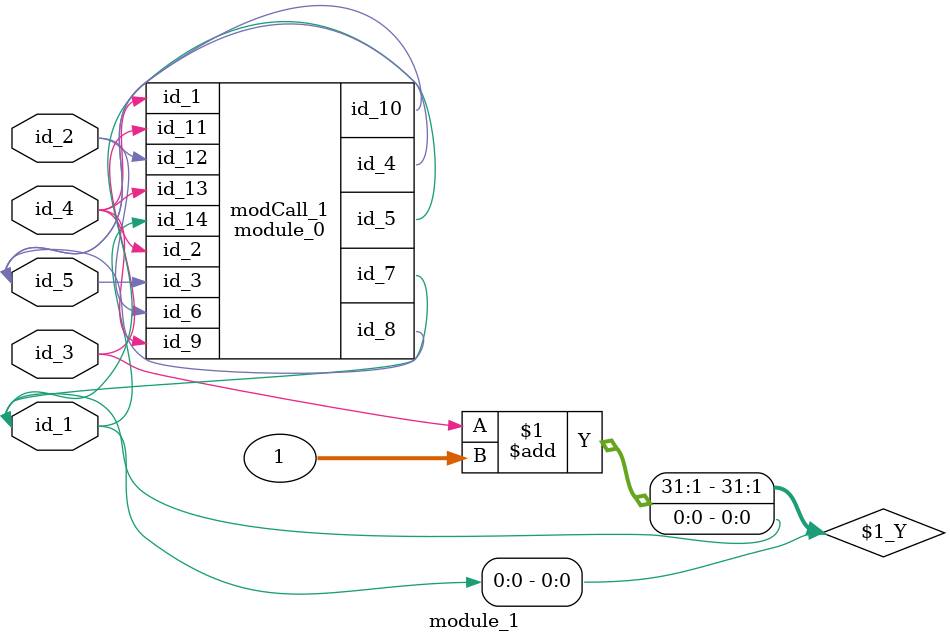
<source format=v>
module module_0 (
    id_1,
    id_2,
    id_3,
    id_4,
    id_5,
    id_6,
    id_7,
    id_8,
    id_9,
    id_10,
    id_11,
    id_12,
    id_13,
    id_14
);
  input wire id_14;
  input wire id_13;
  input wire id_12;
  input wire id_11;
  inout wire id_10;
  input wire id_9;
  inout wire id_8;
  inout wire id_7;
  input wire id_6;
  output wire id_5;
  output wire id_4;
  input wire id_3;
  input wire id_2;
  input wire id_1;
endmodule
module module_1 (
    id_1,
    id_2,
    id_3,
    id_4,
    id_5
);
  inout wire id_5;
  input wire id_4;
  inout wire id_3;
  inout wire id_2;
  inout wire id_1;
  assign id_1 = id_3 + 1;
  module_0 modCall_1 (
      id_4,
      id_4,
      id_5,
      id_5,
      id_1,
      id_2,
      id_1,
      id_5,
      id_4,
      id_5,
      id_3,
      id_2,
      id_4,
      id_1
  );
endmodule

</source>
